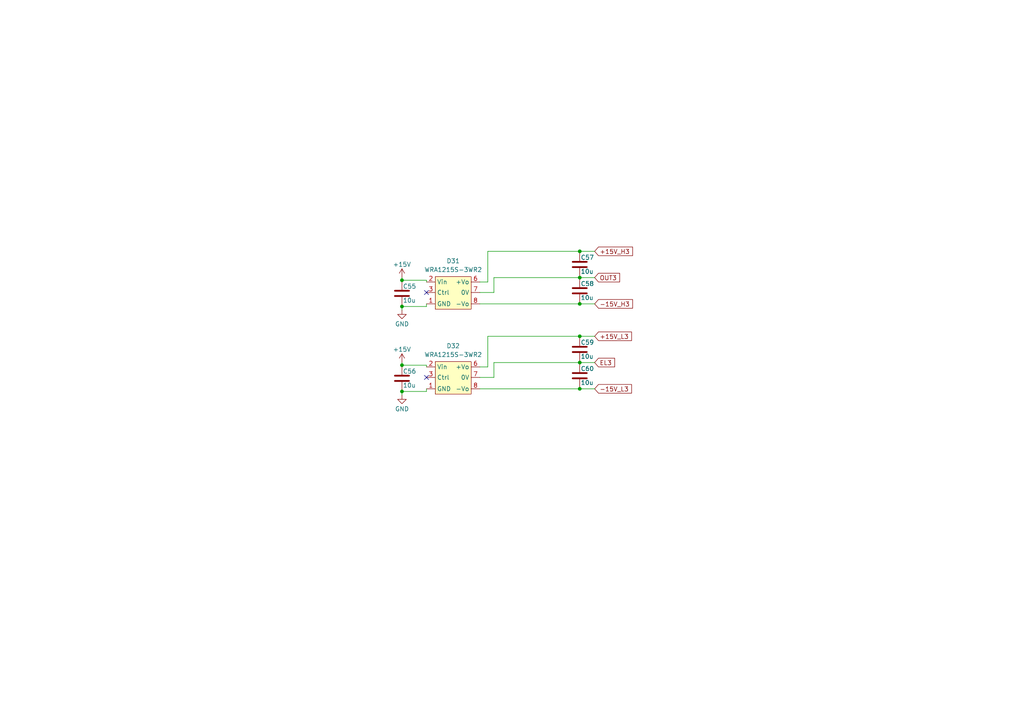
<source format=kicad_sch>
(kicad_sch (version 20211123) (generator eeschema)
  (paper "A4")
  (lib_symbols
    (symbol "Device:C" (pin_numbers hide) (pin_names (offset 0.254))
      (property "Reference" "C" (at 0.635 2.54 0))
      (property "Value" "C" (at 0.635 -2.54 0))
      (symbol "C_0_1"
        (polyline (pts (xy -2.032 -0.762) (xy 2.032 -0.762)) (stroke (width 0.508)))
        (polyline (pts (xy -2.032 0.762) (xy 2.032 0.762)) (stroke (width 0.508)))
      )
      (symbol "C_1_1"
        (pin passive line (at 0 3.81 270) (length 2.794) (name "~") (number "1"))
        (pin passive line (at 0 -3.81 90) (length 2.794) (name "~") (number "2"))
      )
    )
    (symbol "Morsun:WRA1215S-3WR2"
      (property "Reference" "D" (at 0 0 0))
      (property "Value" "WRA1215S-3WR2" (at -0.254 1.778 0))
      (symbol "WRA1215S-3WR2_0_1"
        (rectangle (start -5.334 -1.27) (end 5.08 -10.668) (fill (type background)))
      )
      (symbol "WRA1215S-3WR2_1_1"
        (pin input line (at -7.874 -9.144 0) (length 2.54) (name "GND") (number "1"))
        (pin input line (at -7.874 -2.794 0) (length 2.54) (name "Vin") (number "2"))
        (pin input line (at -7.874 -5.842 0) (length 2.54) (name "Ctrl") (number "3"))
        (pin input line (at 7.62 -2.794 180) (length 2.54) (name "+Vo") (number "6"))
        (pin input line (at 7.62 -5.842 180) (length 2.54) (name "0V") (number "7"))
        (pin input line (at 7.62 -9.144 180) (length 2.54) (name "-Vo") (number "8"))
      )
    )
    (symbol "power:+15V" (power) (pin_names (offset 0))
      (property "Value" "+15V" (at 0 3.556 0))
      (symbol "+15V_0_1"
        (polyline (pts (xy -0.762 1.27) (xy 0 2.54)))
        (polyline (pts (xy 0 0) (xy 0 2.54)))
        (polyline (pts (xy 0 2.54) (xy 0.762 1.27)))
      )
      (symbol "+15V_1_1"
        (pin power_in line (at 0 0 90) (length 0) hide (name "+15V") (number "1"))
      )
    )
    (symbol "power:GND" (power) (pin_names (offset 0))
      (property "Value" "GND" (at 0 -3.81 0))
      (symbol "GND_0_1"
        (polyline (pts (xy 0 0) (xy 0 -1.27) (xy 1.27 -1.27) (xy 0 -2.54) (xy -1.27 -1.27) (xy 0 -1.27)))
      )
      (symbol "GND_1_1"
        (pin power_in line (at 0 0 270) (length 0) hide (name "GND") (number "1"))
      )
    )
  )
  (junction (at 168.148 88.138))
  (junction (at 116.586 88.9))
  (junction (at 168.148 112.776))
  (junction (at 116.586 113.538))
  (junction (at 116.586 81.28))
  (junction (at 168.148 80.518))
  (junction (at 168.148 105.156))
  (junction (at 168.148 97.536))
  (junction (at 116.586 105.918))
  (junction (at 168.148 72.898))
  (no_connect (at 123.698 84.836))
  (no_connect (at 123.698 109.474))
  (wire (pts (xy 116.586 113.538) (xy 123.698 113.538)))
  (wire (pts (xy 116.586 80.518) (xy 116.586 81.28)))
  (wire (pts (xy 143.256 105.156) (xy 168.148 105.156)))
  (wire (pts (xy 168.148 97.536) (xy 172.466 97.536)))
  (wire (pts (xy 143.256 109.474) (xy 143.256 105.156)))
  (wire (pts (xy 168.148 88.138) (xy 172.466 88.138)))
  (wire (pts (xy 141.478 97.536) (xy 141.478 106.426)))
  (wire (pts (xy 116.586 88.9) (xy 116.586 89.916)))
  (wire (pts (xy 168.148 72.898) (xy 172.466 72.898)))
  (wire (pts (xy 116.586 105.918) (xy 123.698 105.918)))
  (wire (pts (xy 168.148 97.536) (xy 141.478 97.536)))
  (wire (pts (xy 139.192 112.776) (xy 168.148 112.776)))
  (wire (pts (xy 141.478 81.788) (xy 139.192 81.788)))
  (wire (pts (xy 168.148 72.898) (xy 141.478 72.898)))
  (wire (pts (xy 116.586 81.28) (xy 123.698 81.28)))
  (wire (pts (xy 123.698 81.28) (xy 123.698 81.788)))
  (wire (pts (xy 116.586 105.156) (xy 116.586 105.918)))
  (wire (pts (xy 168.148 80.518) (xy 172.466 80.518)))
  (wire (pts (xy 143.256 84.836) (xy 143.256 80.518)))
  (wire (pts (xy 141.478 106.426) (xy 139.192 106.426)))
  (wire (pts (xy 141.478 72.898) (xy 141.478 81.788)))
  (wire (pts (xy 123.698 105.918) (xy 123.698 106.426)))
  (wire (pts (xy 168.148 105.156) (xy 172.466 105.156)))
  (wire (pts (xy 116.586 88.9) (xy 123.698 88.9)))
  (wire (pts (xy 139.192 84.836) (xy 143.256 84.836)))
  (wire (pts (xy 123.698 88.9) (xy 123.698 88.138)))
  (wire (pts (xy 168.148 112.776) (xy 172.466 112.776)))
  (wire (pts (xy 139.192 109.474) (xy 143.256 109.474)))
  (wire (pts (xy 143.256 80.518) (xy 168.148 80.518)))
  (wire (pts (xy 123.698 113.538) (xy 123.698 112.776)))
  (wire (pts (xy 116.586 113.538) (xy 116.586 114.554)))
  (wire (pts (xy 139.192 88.138) (xy 168.148 88.138)))
  (global_label "-15V_H3" (shape input) (at 172.466 88.138 0) (property "Intersheet References" "${INTERSHEET_REFS}" (effects hide)))
  (global_label "OUT3" (shape input) (at 172.466 80.518 0) (property "Intersheet References" "${INTERSHEET_REFS}" (effects hide)))
  (global_label "EL3" (shape input) (at 172.466 105.156 0) (property "Intersheet References" "${INTERSHEET_REFS}" (effects hide)))
  (global_label "+15V_H3" (shape input) (at 172.466 72.898 0) (property "Intersheet References" "${INTERSHEET_REFS}" (effects hide)))
  (global_label "-15V_L3" (shape input) (at 172.466 112.776 0) (property "Intersheet References" "${INTERSHEET_REFS}" (effects hide)))
  (global_label "+15V_L3" (shape input) (at 172.466 97.536 0) (property "Intersheet References" "${INTERSHEET_REFS}" (effects hide)))
  (symbol (lib_id "Morsun:WRA1215S-3WR2") (at 131.572 103.632 0) (unit 1)
    (property "Reference" "D32" (at 131.445 100.33 0))
    (property "Value" "WRA1215S-3WR2" (at 131.445 102.87 0))
    (property "Footprint" "Mornsun:WRA1215S-3WR2" (effects hide))
  )
  (symbol (lib_id "power:+15V") (at 116.586 80.518 0) (unit 1)
    (property "Reference" "#PWR083" (effects hide))
    (property "Value" "+15V" (at 116.586 76.708 0))
  )
  (symbol (lib_id "Device:C") (at 168.148 84.328 0) (unit 1)
    (property "Reference" "C58" (at 168.402 82.296 0) (effects (justify left)))
    (property "Value" "10u" (at 168.402 86.36 0) (effects (justify left)))
    (property "Footprint" "Capacitor_SMD:C_1210_3225Metric_Pad1.33x2.70mm_HandSolder" (effects hide))
  )
  (symbol (lib_id "Morsun:WRA1215S-3WR2") (at 131.572 78.994 0) (unit 1)
    (property "Reference" "D31" (at 131.445 75.692 0))
    (property "Value" "WRA1215S-3WR2" (at 131.445 78.232 0))
    (property "Footprint" "Mornsun:WRA1215S-3WR2" (effects hide))
  )
  (symbol (lib_id "power:GND") (at 116.586 114.554 0) (unit 1)
    (property "Reference" "#PWR0176" (effects hide))
    (property "Value" "GND" (at 114.554 118.618 0) (effects (justify left)))
  )
  (symbol (lib_id "Device:C") (at 168.148 108.966 0) (unit 1)
    (property "Reference" "C60" (at 168.402 106.934 0) (effects (justify left)))
    (property "Value" "10u" (at 168.402 110.998 0) (effects (justify left)))
    (property "Footprint" "Capacitor_SMD:C_1210_3225Metric_Pad1.33x2.70mm_HandSolder" (effects hide))
  )
  (symbol (lib_id "Device:C") (at 168.148 76.708 0) (unit 1)
    (property "Reference" "C57" (at 168.402 74.676 0) (effects (justify left)))
    (property "Value" "10u" (at 168.402 78.74 0) (effects (justify left)))
    (property "Footprint" "Capacitor_SMD:C_1210_3225Metric_Pad1.33x2.70mm_HandSolder" (effects hide))
  )
  (symbol (lib_id "power:GND") (at 116.586 89.916 0) (unit 1)
    (property "Reference" "#PWR0175" (effects hide))
    (property "Value" "GND" (at 114.554 93.98 0) (effects (justify left)))
  )
  (symbol (lib_id "Device:C") (at 116.586 109.728 0) (unit 1)
    (property "Reference" "C56" (at 116.84 107.696 0) (effects (justify left)))
    (property "Value" "10u" (at 116.84 111.76 0) (effects (justify left)))
    (property "Footprint" "Capacitor_SMD:C_1210_3225Metric_Pad1.33x2.70mm_HandSolder" (effects hide))
  )
  (symbol (lib_id "Device:C") (at 168.148 101.346 0) (unit 1)
    (property "Reference" "C59" (at 168.402 99.314 0) (effects (justify left)))
    (property "Value" "10u" (at 168.402 103.378 0) (effects (justify left)))
    (property "Footprint" "Capacitor_SMD:C_1210_3225Metric_Pad1.33x2.70mm_HandSolder" (effects hide))
  )
  (symbol (lib_id "power:+15V") (at 116.586 105.156 0) (unit 1)
    (property "Reference" "#PWR085" (effects hide))
    (property "Value" "+15V" (at 116.586 101.346 0))
  )
  (symbol (lib_id "Device:C") (at 116.586 85.09 0) (unit 1)
    (property "Reference" "C55" (at 116.84 83.058 0) (effects (justify left)))
    (property "Value" "10u" (at 116.84 87.122 0) (effects (justify left)))
    (property "Footprint" "Capacitor_SMD:C_1210_3225Metric_Pad1.33x2.70mm_HandSolder" (effects hide))
  )
)
</source>
